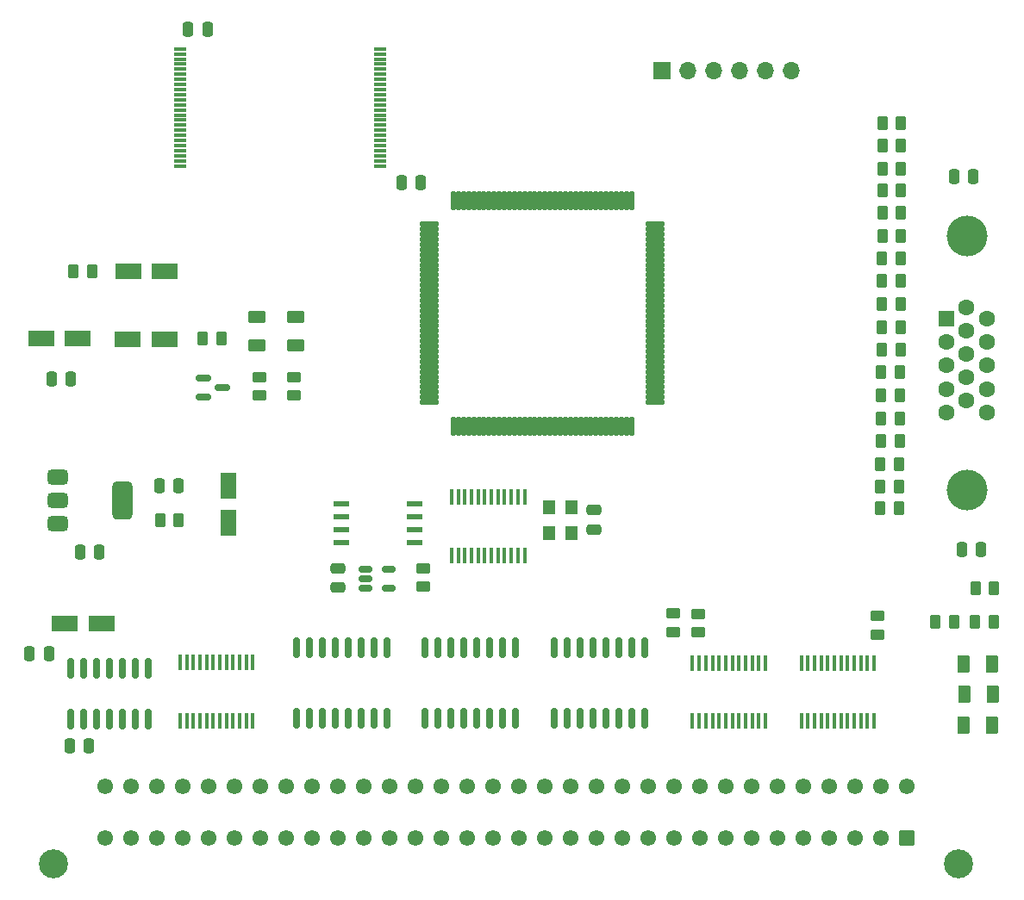
<source format=gts>
G04 #@! TF.GenerationSoftware,KiCad,Pcbnew,8.0.5*
G04 #@! TF.CreationDate,2024-10-19T15:21:04+01:00*
G04 #@! TF.ProjectId,GfxVGA,47667856-4741-42e6-9b69-6361645f7063,rev?*
G04 #@! TF.SameCoordinates,Original*
G04 #@! TF.FileFunction,Soldermask,Top*
G04 #@! TF.FilePolarity,Negative*
%FSLAX46Y46*%
G04 Gerber Fmt 4.6, Leading zero omitted, Abs format (unit mm)*
G04 Created by KiCad (PCBNEW 8.0.5) date 2024-10-19 15:21:04*
%MOMM*%
%LPD*%
G01*
G04 APERTURE LIST*
G04 Aperture macros list*
%AMRoundRect*
0 Rectangle with rounded corners*
0 $1 Rounding radius*
0 $2 $3 $4 $5 $6 $7 $8 $9 X,Y pos of 4 corners*
0 Add a 4 corners polygon primitive as box body*
4,1,4,$2,$3,$4,$5,$6,$7,$8,$9,$2,$3,0*
0 Add four circle primitives for the rounded corners*
1,1,$1+$1,$2,$3*
1,1,$1+$1,$4,$5*
1,1,$1+$1,$6,$7*
1,1,$1+$1,$8,$9*
0 Add four rect primitives between the rounded corners*
20,1,$1+$1,$2,$3,$4,$5,0*
20,1,$1+$1,$4,$5,$6,$7,0*
20,1,$1+$1,$6,$7,$8,$9,0*
20,1,$1+$1,$8,$9,$2,$3,0*%
G04 Aperture macros list end*
%ADD10C,2.850000*%
%ADD11RoundRect,0.249999X0.525001X0.525001X-0.525001X0.525001X-0.525001X-0.525001X0.525001X-0.525001X0*%
%ADD12C,1.550000*%
%ADD13RoundRect,0.250000X-0.262500X-0.450000X0.262500X-0.450000X0.262500X0.450000X-0.262500X0.450000X0*%
%ADD14RoundRect,0.250000X0.450000X-0.262500X0.450000X0.262500X-0.450000X0.262500X-0.450000X-0.262500X0*%
%ADD15C,4.000000*%
%ADD16R,1.600000X1.600000*%
%ADD17C,1.600000*%
%ADD18RoundRect,0.250000X0.250000X0.475000X-0.250000X0.475000X-0.250000X-0.475000X0.250000X-0.475000X0*%
%ADD19RoundRect,0.250000X-1.050000X-0.550000X1.050000X-0.550000X1.050000X0.550000X-1.050000X0.550000X0*%
%ADD20RoundRect,0.375000X-0.625000X-0.375000X0.625000X-0.375000X0.625000X0.375000X-0.625000X0.375000X0*%
%ADD21RoundRect,0.500000X-0.500000X-1.400000X0.500000X-1.400000X0.500000X1.400000X-0.500000X1.400000X0*%
%ADD22RoundRect,0.250000X-0.450000X0.262500X-0.450000X-0.262500X0.450000X-0.262500X0.450000X0.262500X0*%
%ADD23R,1.300000X0.300000*%
%ADD24RoundRect,0.150000X0.150000X-0.837500X0.150000X0.837500X-0.150000X0.837500X-0.150000X-0.837500X0*%
%ADD25RoundRect,0.250000X-0.250000X-0.475000X0.250000X-0.475000X0.250000X0.475000X-0.250000X0.475000X0*%
%ADD26R,0.410000X1.570000*%
%ADD27R,1.700000X1.700000*%
%ADD28O,1.700000X1.700000*%
%ADD29RoundRect,0.150000X-0.512500X-0.150000X0.512500X-0.150000X0.512500X0.150000X-0.512500X0.150000X0*%
%ADD30RoundRect,0.250000X0.475000X-0.250000X0.475000X0.250000X-0.475000X0.250000X-0.475000X-0.250000X0*%
%ADD31RoundRect,0.250000X0.550000X-1.050000X0.550000X1.050000X-0.550000X1.050000X-0.550000X-1.050000X0*%
%ADD32RoundRect,0.250000X-0.375000X-0.625000X0.375000X-0.625000X0.375000X0.625000X-0.375000X0.625000X0*%
%ADD33RoundRect,0.102000X-0.800000X-0.150000X0.800000X-0.150000X0.800000X0.150000X-0.800000X0.150000X0*%
%ADD34RoundRect,0.102000X0.150000X-0.800000X0.150000X0.800000X-0.150000X0.800000X-0.150000X-0.800000X0*%
%ADD35R,1.610000X0.580000*%
%ADD36RoundRect,0.250000X0.625000X-0.375000X0.625000X0.375000X-0.625000X0.375000X-0.625000X-0.375000X0*%
%ADD37RoundRect,0.150000X0.150000X-0.825000X0.150000X0.825000X-0.150000X0.825000X-0.150000X-0.825000X0*%
%ADD38RoundRect,0.250000X0.262500X0.450000X-0.262500X0.450000X-0.262500X-0.450000X0.262500X-0.450000X0*%
%ADD39RoundRect,0.150000X-0.587500X-0.150000X0.587500X-0.150000X0.587500X0.150000X-0.587500X0.150000X0*%
%ADD40R,1.200000X1.400000*%
G04 APERTURE END LIST*
D10*
X194075000Y-147218400D03*
X105175000Y-147218400D03*
D11*
X188995000Y-144678400D03*
D12*
X186455000Y-144678400D03*
X183915000Y-144678400D03*
X181375000Y-144678400D03*
X178835000Y-144678400D03*
X176295000Y-144678400D03*
X173755000Y-144678400D03*
X171215000Y-144678400D03*
X168675000Y-144678400D03*
X166135000Y-144678400D03*
X163595000Y-144678400D03*
X161055000Y-144678400D03*
X158515000Y-144678400D03*
X155975000Y-144678400D03*
X153435000Y-144678400D03*
X150895000Y-144678400D03*
X148355000Y-144678400D03*
X145815000Y-144678400D03*
X143275000Y-144678400D03*
X140735000Y-144678400D03*
X138195000Y-144678400D03*
X135655000Y-144678400D03*
X133115000Y-144678400D03*
X130575000Y-144678400D03*
X128035000Y-144678400D03*
X125495000Y-144678400D03*
X122955000Y-144678400D03*
X120415000Y-144678400D03*
X117875000Y-144678400D03*
X115335000Y-144678400D03*
X112795000Y-144678400D03*
X110255000Y-144678400D03*
X188995000Y-139598400D03*
X186455000Y-139598400D03*
X183915000Y-139598400D03*
X181375000Y-139598400D03*
X178835000Y-139598400D03*
X176295000Y-139598400D03*
X173755000Y-139598400D03*
X171215000Y-139598400D03*
X168675000Y-139598400D03*
X166135000Y-139598400D03*
X163595000Y-139598400D03*
X161055000Y-139598400D03*
X158515000Y-139598400D03*
X155975000Y-139598400D03*
X153435000Y-139598400D03*
X150895000Y-139598400D03*
X148355000Y-139598400D03*
X145815000Y-139598400D03*
X143275000Y-139598400D03*
X140735000Y-139598400D03*
X138195000Y-139598400D03*
X135655000Y-139598400D03*
X133115000Y-139598400D03*
X130575000Y-139598400D03*
X128035000Y-139598400D03*
X125495000Y-139598400D03*
X122955000Y-139598400D03*
X120415000Y-139598400D03*
X117875000Y-139598400D03*
X115335000Y-139598400D03*
X112795000Y-139598400D03*
X110255000Y-139598400D03*
D13*
X186582600Y-94422800D03*
X188407600Y-94422800D03*
D14*
X141534100Y-119962800D03*
X141534100Y-118137800D03*
D15*
X194970400Y-110445600D03*
X194970400Y-85445600D03*
D16*
X192920400Y-93630600D03*
D17*
X192920400Y-95920600D03*
X192920400Y-98210600D03*
X192920400Y-100500600D03*
X192920400Y-102790600D03*
X194900400Y-92485600D03*
X194900400Y-94775600D03*
X194900400Y-97065600D03*
X194900400Y-99355600D03*
X194900400Y-101645600D03*
X196880400Y-93630600D03*
X196880400Y-95920600D03*
X196880400Y-98210600D03*
X196880400Y-100500600D03*
X196880400Y-102790600D03*
D13*
X186481000Y-101128400D03*
X188306000Y-101128400D03*
X195787000Y-120142000D03*
X197612000Y-120142000D03*
D18*
X117485200Y-110032800D03*
X115585200Y-110032800D03*
D19*
X112517400Y-95630600D03*
X116117400Y-95630600D03*
D20*
X105663200Y-109155200D03*
X105663200Y-111455200D03*
D21*
X111963200Y-111455200D03*
D20*
X105663200Y-113755200D03*
D22*
X128858400Y-99347400D03*
X128858400Y-101172400D03*
D23*
X117612400Y-67081000D03*
X117612400Y-67581000D03*
X117612400Y-68081000D03*
X117612400Y-68581000D03*
X117612400Y-69081000D03*
X117612400Y-69581000D03*
X117612400Y-70081000D03*
X117612400Y-70581000D03*
X117612400Y-71081000D03*
X117612400Y-71581000D03*
X117612400Y-72081000D03*
X117612400Y-72581000D03*
X117612400Y-73081000D03*
X117612400Y-73581000D03*
X117612400Y-74081000D03*
X117612400Y-74581000D03*
X117612400Y-75081000D03*
X117612400Y-75581000D03*
X117612400Y-76081000D03*
X117612400Y-76581000D03*
X117612400Y-77081000D03*
X117612400Y-77581000D03*
X117612400Y-78081000D03*
X117612400Y-78581000D03*
X137312400Y-78581000D03*
X137312400Y-78081000D03*
X137312400Y-77581000D03*
X137312400Y-77081000D03*
X137312400Y-76581000D03*
X137312400Y-76081000D03*
X137312400Y-75581000D03*
X137312400Y-75081000D03*
X137312400Y-74581000D03*
X137312400Y-74081000D03*
X137312400Y-73581000D03*
X137312400Y-73081000D03*
X137312400Y-72581000D03*
X137312400Y-72081000D03*
X137312400Y-71581000D03*
X137312400Y-71081000D03*
X137312400Y-70581000D03*
X137312400Y-70081000D03*
X137312400Y-69581000D03*
X137312400Y-69081000D03*
X137312400Y-68581000D03*
X137312400Y-68081000D03*
X137312400Y-67581000D03*
X137312400Y-67081000D03*
D24*
X141685000Y-132900000D03*
X142955000Y-132900000D03*
X144225000Y-132900000D03*
X145495000Y-132900000D03*
X146765000Y-132900000D03*
X148035000Y-132900000D03*
X149305000Y-132900000D03*
X150575000Y-132900000D03*
X150575000Y-125975000D03*
X149305000Y-125975000D03*
X148035000Y-125975000D03*
X146765000Y-125975000D03*
X145495000Y-125975000D03*
X144225000Y-125975000D03*
X142955000Y-125975000D03*
X141685000Y-125975000D03*
X129085000Y-132900000D03*
X130355000Y-132900000D03*
X131625000Y-132900000D03*
X132895000Y-132900000D03*
X134165000Y-132900000D03*
X135435000Y-132900000D03*
X136705000Y-132900000D03*
X137975000Y-132900000D03*
X137975000Y-125975000D03*
X136705000Y-125975000D03*
X135435000Y-125975000D03*
X134165000Y-125975000D03*
X132895000Y-125975000D03*
X131625000Y-125975000D03*
X130355000Y-125975000D03*
X129085000Y-125975000D03*
D13*
X195736200Y-123444000D03*
X197561200Y-123444000D03*
X119870600Y-95584400D03*
X121695600Y-95584400D03*
D25*
X106812000Y-135636000D03*
X108712000Y-135636000D03*
D13*
X186633400Y-74371200D03*
X188458400Y-74371200D03*
D26*
X178663600Y-133172200D03*
X179313600Y-133172200D03*
X179963600Y-133172200D03*
X180613600Y-133172200D03*
X181263600Y-133172200D03*
X181913600Y-133172200D03*
X182563600Y-133172200D03*
X183213600Y-133172200D03*
X183863600Y-133172200D03*
X184513600Y-133172200D03*
X185163600Y-133172200D03*
X185813600Y-133172200D03*
X185813600Y-127432200D03*
X185163600Y-127432200D03*
X184513600Y-127432200D03*
X183863600Y-127432200D03*
X183213600Y-127432200D03*
X182563600Y-127432200D03*
X181913600Y-127432200D03*
X181263600Y-127432200D03*
X180613600Y-127432200D03*
X179963600Y-127432200D03*
X179313600Y-127432200D03*
X178663600Y-127432200D03*
D27*
X164998400Y-69240400D03*
D28*
X167538400Y-69240400D03*
X170078400Y-69240400D03*
X172618400Y-69240400D03*
X175158400Y-69240400D03*
X177698400Y-69240400D03*
D13*
X186481000Y-103414400D03*
X188306000Y-103414400D03*
D26*
X167983000Y-133172200D03*
X168633000Y-133172200D03*
X169283000Y-133172200D03*
X169933000Y-133172200D03*
X170583000Y-133172200D03*
X171233000Y-133172200D03*
X171883000Y-133172200D03*
X172533000Y-133172200D03*
X173183000Y-133172200D03*
X173833000Y-133172200D03*
X174483000Y-133172200D03*
X175133000Y-133172200D03*
X175133000Y-127432200D03*
X174483000Y-127432200D03*
X173833000Y-127432200D03*
X173183000Y-127432200D03*
X172533000Y-127432200D03*
X171883000Y-127432200D03*
X171233000Y-127432200D03*
X170583000Y-127432200D03*
X169933000Y-127432200D03*
X169283000Y-127432200D03*
X168633000Y-127432200D03*
X167983000Y-127432200D03*
D13*
X186490600Y-98856800D03*
X188315600Y-98856800D03*
D19*
X112550000Y-88925000D03*
X116150000Y-88925000D03*
D29*
X135850000Y-118200000D03*
X135850000Y-119150000D03*
X135850000Y-120100000D03*
X138125000Y-120100000D03*
X138125000Y-118200000D03*
D13*
X186633400Y-81026000D03*
X188458400Y-81026000D03*
D18*
X104750000Y-126550000D03*
X102850000Y-126550000D03*
D13*
X186633400Y-78841600D03*
X188458400Y-78841600D03*
D24*
X154430000Y-132900000D03*
X155700000Y-132900000D03*
X156970000Y-132900000D03*
X158240000Y-132900000D03*
X159510000Y-132900000D03*
X160780000Y-132900000D03*
X162050000Y-132900000D03*
X163320000Y-132900000D03*
X163320000Y-125975000D03*
X162050000Y-125975000D03*
X160780000Y-125975000D03*
X159510000Y-125975000D03*
X158240000Y-125975000D03*
X156970000Y-125975000D03*
X155700000Y-125975000D03*
X154430000Y-125975000D03*
D25*
X193664800Y-79654400D03*
X195564800Y-79654400D03*
D14*
X125404000Y-101168600D03*
X125404000Y-99343600D03*
D30*
X133184100Y-120037800D03*
X133184100Y-118137800D03*
D31*
X122377200Y-113632800D03*
X122377200Y-110032800D03*
D32*
X194608800Y-133604000D03*
X197408800Y-133604000D03*
D13*
X107187200Y-88975800D03*
X109012200Y-88975800D03*
D14*
X186150000Y-124650000D03*
X186150000Y-122825000D03*
D13*
X186439800Y-112217200D03*
X188264800Y-112217200D03*
D18*
X120325000Y-65125000D03*
X118425000Y-65125000D03*
D25*
X107802600Y-116586000D03*
X109702600Y-116586000D03*
D13*
X186582600Y-92136800D03*
X188407600Y-92136800D03*
D33*
X142138200Y-84315600D03*
X142138200Y-84815600D03*
X142138200Y-85315600D03*
X142138200Y-85815600D03*
X142138200Y-86315600D03*
X142138200Y-86815600D03*
X142138200Y-87315600D03*
X142138200Y-87815600D03*
X142138200Y-88315600D03*
X142138200Y-88815600D03*
X142138200Y-89315600D03*
X142138200Y-89815600D03*
X142138200Y-90315600D03*
X142138200Y-90815600D03*
X142138200Y-91315600D03*
X142138200Y-91815600D03*
X142138200Y-92315600D03*
X142138200Y-92815600D03*
X142138200Y-93315600D03*
X142138200Y-93815600D03*
X142138200Y-94315600D03*
X142138200Y-94815600D03*
X142138200Y-95315600D03*
X142138200Y-95815600D03*
X142138200Y-96315600D03*
X142138200Y-96815600D03*
X142138200Y-97315600D03*
X142138200Y-97815600D03*
X142138200Y-98315600D03*
X142138200Y-98815600D03*
X142138200Y-99315600D03*
X142138200Y-99815600D03*
X142138200Y-100315600D03*
X142138200Y-100815600D03*
X142138200Y-101315600D03*
X142138200Y-101815600D03*
D34*
X144488200Y-104165600D03*
X144988200Y-104165600D03*
X145488200Y-104165600D03*
X145988200Y-104165600D03*
X146488200Y-104165600D03*
X146988200Y-104165600D03*
X147488200Y-104165600D03*
X147988200Y-104165600D03*
X148488200Y-104165600D03*
X148988200Y-104165600D03*
X149488200Y-104165600D03*
X149988200Y-104165600D03*
X150488200Y-104165600D03*
X150988200Y-104165600D03*
X151488200Y-104165600D03*
X151988200Y-104165600D03*
X152488200Y-104165600D03*
X152988200Y-104165600D03*
X153488200Y-104165600D03*
X153988200Y-104165600D03*
X154488200Y-104165600D03*
X154988200Y-104165600D03*
X155488200Y-104165600D03*
X155988200Y-104165600D03*
X156488200Y-104165600D03*
X156988200Y-104165600D03*
X157488200Y-104165600D03*
X157988200Y-104165600D03*
X158488200Y-104165600D03*
X158988200Y-104165600D03*
X159488200Y-104165600D03*
X159988200Y-104165600D03*
X160488200Y-104165600D03*
X160988200Y-104165600D03*
X161488200Y-104165600D03*
X161988200Y-104165600D03*
D33*
X164338200Y-101815600D03*
X164338200Y-101315600D03*
X164338200Y-100815600D03*
X164338200Y-100315600D03*
X164338200Y-99815600D03*
X164338200Y-99315600D03*
X164338200Y-98815600D03*
X164338200Y-98315600D03*
X164338200Y-97815600D03*
X164338200Y-97315600D03*
X164338200Y-96815600D03*
X164338200Y-96315600D03*
X164338200Y-95815600D03*
X164338200Y-95315600D03*
X164338200Y-94815600D03*
X164338200Y-94315600D03*
X164338200Y-93815600D03*
X164338200Y-93315600D03*
X164338200Y-92815600D03*
X164338200Y-92315600D03*
X164338200Y-91815600D03*
X164338200Y-91315600D03*
X164338200Y-90815600D03*
X164338200Y-90315600D03*
X164338200Y-89815600D03*
X164338200Y-89315600D03*
X164338200Y-88815600D03*
X164338200Y-88315600D03*
X164338200Y-87815600D03*
X164338200Y-87315600D03*
X164338200Y-86815600D03*
X164338200Y-86315600D03*
X164338200Y-85815600D03*
X164338200Y-85315600D03*
X164338200Y-84815600D03*
X164338200Y-84315600D03*
D34*
X161988200Y-81965600D03*
X161488200Y-81965600D03*
X160988200Y-81965600D03*
X160488200Y-81965600D03*
X159988200Y-81965600D03*
X159488200Y-81965600D03*
X158988200Y-81965600D03*
X158488200Y-81965600D03*
X157988200Y-81965600D03*
X157488200Y-81965600D03*
X156988200Y-81965600D03*
X156488200Y-81965600D03*
X155988200Y-81965600D03*
X155488200Y-81965600D03*
X154988200Y-81965600D03*
X154488200Y-81965600D03*
X153988200Y-81965600D03*
X153488200Y-81965600D03*
X152988200Y-81965600D03*
X152488200Y-81965600D03*
X151988200Y-81965600D03*
X151488200Y-81965600D03*
X150988200Y-81965600D03*
X150488200Y-81965600D03*
X149988200Y-81965600D03*
X149488200Y-81965600D03*
X148988200Y-81965600D03*
X148488200Y-81965600D03*
X147988200Y-81965600D03*
X147488200Y-81965600D03*
X146988200Y-81965600D03*
X146488200Y-81965600D03*
X145988200Y-81965600D03*
X145488200Y-81965600D03*
X144988200Y-81965600D03*
X144488200Y-81965600D03*
D19*
X106305800Y-123545600D03*
X109905800Y-123545600D03*
D30*
X158284400Y-114329000D03*
X158284400Y-112429000D03*
D13*
X186582600Y-96607200D03*
X188407600Y-96607200D03*
X186582600Y-89901600D03*
X188407600Y-89901600D03*
D25*
X194442000Y-116332000D03*
X196342000Y-116332000D03*
D35*
X133462000Y-111823600D03*
X133462000Y-113093600D03*
X133462000Y-114363600D03*
X133462000Y-115633600D03*
X140672000Y-115633600D03*
X140672000Y-114363600D03*
X140672000Y-113093600D03*
X140672000Y-111823600D03*
D36*
X128960000Y-96200000D03*
X128960000Y-93400000D03*
D14*
X166065200Y-124407300D03*
X166065200Y-122582300D03*
D18*
X106929400Y-99491400D03*
X105029400Y-99491400D03*
D26*
X144325000Y-116890000D03*
X144975000Y-116890000D03*
X145625000Y-116890000D03*
X146275000Y-116890000D03*
X146925000Y-116890000D03*
X147575000Y-116890000D03*
X148225000Y-116890000D03*
X148875000Y-116890000D03*
X149525000Y-116890000D03*
X150175000Y-116890000D03*
X150825000Y-116890000D03*
X151475000Y-116890000D03*
X151475000Y-111150000D03*
X150825000Y-111150000D03*
X150175000Y-111150000D03*
X149525000Y-111150000D03*
X148875000Y-111150000D03*
X148225000Y-111150000D03*
X147575000Y-111150000D03*
X146925000Y-111150000D03*
X146275000Y-111150000D03*
X145625000Y-111150000D03*
X144975000Y-111150000D03*
X144325000Y-111150000D03*
D13*
X186481000Y-105598800D03*
X188306000Y-105598800D03*
D36*
X125150000Y-96200000D03*
X125150000Y-93400000D03*
D37*
X106934000Y-132966000D03*
X108204000Y-132966000D03*
X109474000Y-132966000D03*
X110744000Y-132966000D03*
X112014000Y-132966000D03*
X113284000Y-132966000D03*
X114554000Y-132966000D03*
X114554000Y-128016000D03*
X113284000Y-128016000D03*
X112014000Y-128016000D03*
X110744000Y-128016000D03*
X109474000Y-128016000D03*
X108204000Y-128016000D03*
X106934000Y-128016000D03*
D32*
X194659600Y-130556000D03*
X197459600Y-130556000D03*
D26*
X117638800Y-133121800D03*
X118288800Y-133121800D03*
X118938800Y-133121800D03*
X119588800Y-133121800D03*
X120238800Y-133121800D03*
X120888800Y-133121800D03*
X121538800Y-133121800D03*
X122188800Y-133121800D03*
X122838800Y-133121800D03*
X123488800Y-133121800D03*
X124138800Y-133121800D03*
X124788800Y-133121800D03*
X124788800Y-127381800D03*
X124138800Y-127381800D03*
X123488800Y-127381800D03*
X122838800Y-127381800D03*
X122188800Y-127381800D03*
X121538800Y-127381800D03*
X120888800Y-127381800D03*
X120238800Y-127381800D03*
X119588800Y-127381800D03*
X118938800Y-127381800D03*
X118288800Y-127381800D03*
X117638800Y-127381800D03*
D19*
X103989800Y-95529000D03*
X107589800Y-95529000D03*
D14*
X168503600Y-124432700D03*
X168503600Y-122607700D03*
D13*
X186633400Y-76606400D03*
X188458400Y-76606400D03*
D38*
X117496600Y-113385600D03*
X115671600Y-113385600D03*
D13*
X186439800Y-110083600D03*
X188264800Y-110083600D03*
D39*
X119922200Y-99409600D03*
X119922200Y-101309600D03*
X121797200Y-100359600D03*
D13*
X186582600Y-87666400D03*
X188407600Y-87666400D03*
D18*
X141300000Y-80200000D03*
X139400000Y-80200000D03*
D13*
X186633400Y-85482000D03*
X188458400Y-85482000D03*
X186629600Y-83159600D03*
X188454600Y-83159600D03*
D40*
X156100000Y-114715000D03*
X156100000Y-112175000D03*
X153900000Y-112175000D03*
X153900000Y-114715000D03*
D13*
X186430200Y-107884800D03*
X188255200Y-107884800D03*
D32*
X194634200Y-127558800D03*
X197434200Y-127558800D03*
D13*
X191822700Y-123418600D03*
X193647700Y-123418600D03*
M02*

</source>
